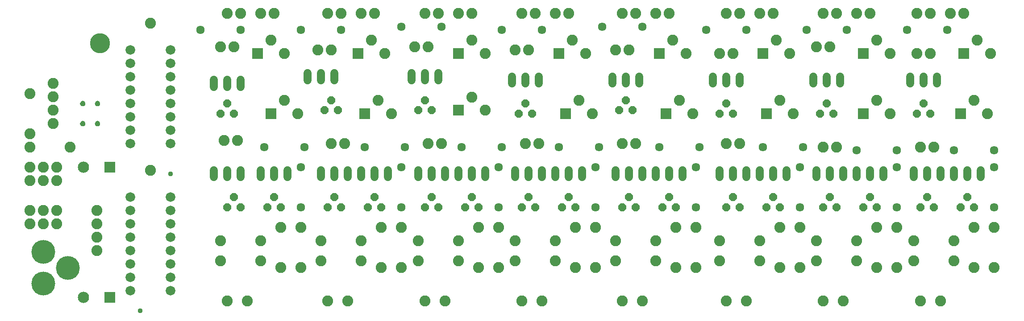
<source format=gbr>
G04 EAGLE Gerber RS-274X export*
G75*
%MOMM*%
%FSLAX34Y34*%
%LPD*%
%INSoldermask Top*%
%IPPOS*%
%AMOC8*
5,1,8,0,0,1.08239X$1,22.5*%
G01*
%ADD10C,4.521200*%
%ADD11C,2.133600*%
%ADD12R,2.133600X2.133600*%
%ADD13C,2.082800*%
%ADD14C,1.828800*%
%ADD15C,1.524000*%
%ADD16P,1.649562X8X22.500000*%
%ADD17C,1.611200*%
%ADD18R,2.082800X2.082800*%
%ADD19C,3.803200*%
%ADD20C,0.959600*%

G36*
X153636Y414077D02*
X153636Y414077D01*
X153711Y414074D01*
X154687Y414176D01*
X154735Y414190D01*
X154825Y414206D01*
X155754Y414522D01*
X155798Y414547D01*
X155883Y414583D01*
X156718Y415097D01*
X156755Y415131D01*
X156830Y415185D01*
X157530Y415873D01*
X157559Y415914D01*
X157619Y415983D01*
X158148Y416810D01*
X158167Y416856D01*
X158211Y416937D01*
X158543Y417860D01*
X158551Y417910D01*
X158576Y417999D01*
X158694Y418973D01*
X158691Y419023D01*
X158695Y419109D01*
X158600Y420111D01*
X158586Y420160D01*
X158570Y420250D01*
X158254Y421206D01*
X158230Y421251D01*
X158195Y421335D01*
X157673Y422196D01*
X157640Y422234D01*
X157587Y422309D01*
X156887Y423033D01*
X156846Y423062D01*
X156777Y423123D01*
X155934Y423673D01*
X155888Y423693D01*
X155807Y423737D01*
X154863Y424085D01*
X154813Y424094D01*
X154725Y424119D01*
X153727Y424249D01*
X153684Y424247D01*
X153558Y424248D01*
X152547Y424109D01*
X152499Y424093D01*
X152409Y424074D01*
X151454Y423712D01*
X151411Y423686D01*
X151327Y423648D01*
X150477Y423083D01*
X150440Y423048D01*
X150368Y422991D01*
X149664Y422252D01*
X149636Y422209D01*
X149578Y422138D01*
X149057Y421260D01*
X149039Y421213D01*
X148998Y421131D01*
X148685Y420159D01*
X148678Y420109D01*
X148657Y420020D01*
X148568Y419002D01*
X148573Y418952D01*
X148572Y418861D01*
X148703Y417897D01*
X148719Y417849D01*
X148738Y417760D01*
X149080Y416849D01*
X149106Y416806D01*
X149145Y416723D01*
X149682Y415911D01*
X149717Y415875D01*
X149773Y415802D01*
X150477Y415130D01*
X150519Y415103D01*
X150590Y415044D01*
X151426Y414546D01*
X151473Y414528D01*
X151555Y414488D01*
X152481Y414188D01*
X152531Y414181D01*
X152620Y414159D01*
X153589Y414073D01*
X153636Y414077D01*
G37*
G36*
X125645Y414077D02*
X125645Y414077D01*
X125720Y414074D01*
X126696Y414176D01*
X126744Y414190D01*
X126834Y414206D01*
X127763Y414522D01*
X127807Y414547D01*
X127892Y414583D01*
X128727Y415097D01*
X128764Y415131D01*
X128839Y415185D01*
X129539Y415873D01*
X129568Y415914D01*
X129628Y415983D01*
X130157Y416810D01*
X130176Y416856D01*
X130220Y416937D01*
X130552Y417860D01*
X130560Y417910D01*
X130585Y417999D01*
X130703Y418973D01*
X130700Y419023D01*
X130704Y419109D01*
X130609Y420111D01*
X130595Y420160D01*
X130579Y420250D01*
X130263Y421206D01*
X130239Y421251D01*
X130204Y421335D01*
X129682Y422196D01*
X129649Y422234D01*
X129596Y422309D01*
X128896Y423033D01*
X128855Y423062D01*
X128786Y423123D01*
X127943Y423673D01*
X127897Y423693D01*
X127816Y423737D01*
X126872Y424085D01*
X126822Y424094D01*
X126734Y424119D01*
X125736Y424249D01*
X125693Y424247D01*
X125567Y424248D01*
X124556Y424109D01*
X124508Y424093D01*
X124418Y424074D01*
X123463Y423712D01*
X123420Y423686D01*
X123336Y423648D01*
X122486Y423083D01*
X122449Y423048D01*
X122377Y422991D01*
X121673Y422252D01*
X121645Y422209D01*
X121587Y422138D01*
X121066Y421260D01*
X121048Y421213D01*
X121007Y421131D01*
X120694Y420159D01*
X120687Y420109D01*
X120666Y420020D01*
X120577Y419002D01*
X120582Y418952D01*
X120581Y418861D01*
X120712Y417897D01*
X120728Y417849D01*
X120747Y417760D01*
X121089Y416849D01*
X121115Y416806D01*
X121154Y416723D01*
X121691Y415911D01*
X121726Y415875D01*
X121782Y415802D01*
X122486Y415130D01*
X122528Y415103D01*
X122599Y415044D01*
X123435Y414546D01*
X123482Y414528D01*
X123564Y414488D01*
X124490Y414188D01*
X124540Y414181D01*
X124629Y414159D01*
X125598Y414073D01*
X125645Y414077D01*
G37*
G36*
X153636Y375977D02*
X153636Y375977D01*
X153711Y375974D01*
X154687Y376076D01*
X154735Y376090D01*
X154825Y376106D01*
X155754Y376422D01*
X155798Y376447D01*
X155883Y376483D01*
X156718Y376997D01*
X156755Y377031D01*
X156830Y377085D01*
X157530Y377773D01*
X157559Y377814D01*
X157619Y377883D01*
X158148Y378710D01*
X158167Y378756D01*
X158211Y378837D01*
X158543Y379760D01*
X158551Y379810D01*
X158576Y379899D01*
X158694Y380873D01*
X158691Y380923D01*
X158695Y381009D01*
X158600Y382011D01*
X158586Y382060D01*
X158570Y382150D01*
X158254Y383106D01*
X158230Y383151D01*
X158195Y383235D01*
X157673Y384096D01*
X157640Y384134D01*
X157587Y384209D01*
X156887Y384933D01*
X156846Y384962D01*
X156777Y385023D01*
X155934Y385573D01*
X155888Y385593D01*
X155807Y385637D01*
X154863Y385985D01*
X154813Y385994D01*
X154725Y386019D01*
X153727Y386149D01*
X153684Y386147D01*
X153558Y386148D01*
X152547Y386009D01*
X152499Y385993D01*
X152409Y385974D01*
X151454Y385612D01*
X151411Y385586D01*
X151327Y385548D01*
X150477Y384983D01*
X150440Y384948D01*
X150368Y384891D01*
X149664Y384152D01*
X149636Y384109D01*
X149578Y384038D01*
X149057Y383160D01*
X149039Y383113D01*
X148998Y383031D01*
X148685Y382059D01*
X148678Y382009D01*
X148657Y381920D01*
X148568Y380902D01*
X148573Y380852D01*
X148572Y380761D01*
X148703Y379797D01*
X148719Y379749D01*
X148738Y379660D01*
X149080Y378749D01*
X149106Y378706D01*
X149145Y378623D01*
X149682Y377811D01*
X149717Y377775D01*
X149773Y377702D01*
X150477Y377030D01*
X150519Y377003D01*
X150590Y376944D01*
X151426Y376446D01*
X151473Y376428D01*
X151555Y376388D01*
X152481Y376088D01*
X152531Y376081D01*
X152620Y376059D01*
X153589Y375973D01*
X153636Y375977D01*
G37*
G36*
X125645Y375977D02*
X125645Y375977D01*
X125720Y375974D01*
X126696Y376076D01*
X126744Y376090D01*
X126834Y376106D01*
X127763Y376422D01*
X127807Y376447D01*
X127892Y376483D01*
X128727Y376997D01*
X128764Y377031D01*
X128839Y377085D01*
X129539Y377773D01*
X129568Y377814D01*
X129628Y377883D01*
X130157Y378710D01*
X130176Y378756D01*
X130220Y378837D01*
X130552Y379760D01*
X130560Y379810D01*
X130585Y379899D01*
X130703Y380873D01*
X130700Y380923D01*
X130704Y381009D01*
X130609Y382011D01*
X130595Y382060D01*
X130579Y382150D01*
X130263Y383106D01*
X130239Y383151D01*
X130204Y383235D01*
X129682Y384096D01*
X129649Y384134D01*
X129596Y384209D01*
X128896Y384933D01*
X128855Y384962D01*
X128786Y385023D01*
X127943Y385573D01*
X127897Y385593D01*
X127816Y385637D01*
X126872Y385985D01*
X126822Y385994D01*
X126734Y386019D01*
X125736Y386149D01*
X125693Y386147D01*
X125567Y386148D01*
X124556Y386009D01*
X124508Y385993D01*
X124418Y385974D01*
X123463Y385612D01*
X123420Y385586D01*
X123336Y385548D01*
X122486Y384983D01*
X122449Y384948D01*
X122377Y384891D01*
X121673Y384152D01*
X121645Y384109D01*
X121587Y384038D01*
X121066Y383160D01*
X121048Y383113D01*
X121007Y383031D01*
X120694Y382059D01*
X120687Y382009D01*
X120666Y381920D01*
X120577Y380902D01*
X120582Y380852D01*
X120581Y380761D01*
X120712Y379797D01*
X120728Y379749D01*
X120747Y379660D01*
X121089Y378749D01*
X121115Y378706D01*
X121154Y378623D01*
X121691Y377811D01*
X121726Y377775D01*
X121782Y377702D01*
X122486Y377030D01*
X122528Y377003D01*
X122599Y376944D01*
X123435Y376446D01*
X123482Y376428D01*
X123564Y376388D01*
X124490Y376088D01*
X124540Y376081D01*
X124629Y376059D01*
X125598Y375973D01*
X125645Y375977D01*
G37*
D10*
X50800Y137000D03*
X50800Y77000D03*
X97800Y107000D03*
D11*
X127400Y50800D03*
D12*
X177400Y50800D03*
D11*
X127400Y298450D03*
D12*
X177400Y298450D03*
D13*
X152400Y139700D03*
X152400Y165100D03*
X152400Y190500D03*
X152400Y215900D03*
X254000Y292100D03*
X254000Y571500D03*
X69850Y381000D03*
X69850Y406400D03*
X69850Y431800D03*
X69850Y457200D03*
X25400Y336550D03*
X101600Y336550D03*
X25400Y361950D03*
X25400Y438150D03*
D14*
X292100Y63500D03*
X292100Y88900D03*
X292100Y114300D03*
X292100Y139700D03*
X292100Y165100D03*
X292100Y190500D03*
X292100Y215900D03*
X292100Y241300D03*
X215900Y241300D03*
X215900Y215900D03*
X215900Y190500D03*
X215900Y165100D03*
X215900Y139700D03*
X215900Y114300D03*
X215900Y88900D03*
X215900Y63500D03*
X292100Y342900D03*
X292100Y368300D03*
X292100Y393700D03*
X292100Y419100D03*
X292100Y444500D03*
X292100Y469900D03*
X292100Y495300D03*
X292100Y520700D03*
X215900Y520700D03*
X215900Y495300D03*
X215900Y469900D03*
X215900Y444500D03*
X215900Y419100D03*
X215900Y393700D03*
X215900Y368300D03*
X215900Y342900D03*
D13*
X25400Y190500D03*
X25400Y215900D03*
X50800Y190500D03*
X50800Y215900D03*
X76200Y190500D03*
X76200Y215900D03*
X25400Y273050D03*
X25400Y298450D03*
X50800Y273050D03*
X50800Y298450D03*
X76200Y273050D03*
X76200Y298450D03*
D15*
X1695450Y456946D02*
X1695450Y470154D01*
X1746250Y470154D02*
X1746250Y456946D01*
X1720850Y456946D02*
X1720850Y470154D01*
D16*
X1739900Y222250D03*
X1727200Y241300D03*
X1714500Y222250D03*
X1816100Y222250D03*
X1803400Y241300D03*
X1790700Y222250D03*
D13*
X1771650Y590550D03*
X1797050Y590550D03*
X1708150Y590550D03*
X1733550Y590550D03*
D17*
X1778000Y330200D03*
X1854200Y330200D03*
X1854200Y222250D03*
X1854200Y298450D03*
D13*
X1714500Y44450D03*
X1708150Y514350D03*
X1733550Y514350D03*
D15*
X1701800Y292354D02*
X1701800Y279146D01*
X1752600Y279146D02*
X1752600Y292354D01*
X1727200Y292354D02*
X1727200Y279146D01*
X1778000Y279146D02*
X1778000Y292354D01*
X1828800Y292354D02*
X1828800Y279146D01*
X1803400Y279146D02*
X1803400Y292354D01*
D13*
X1752600Y44450D03*
D16*
X1708150Y400050D03*
X1720850Y419100D03*
X1733550Y400050D03*
D13*
X1701800Y158750D03*
X1778000Y158750D03*
X1854200Y184150D03*
X1854200Y107950D03*
X1816100Y107950D03*
X1816100Y184150D03*
X1701800Y120650D03*
X1778000Y120650D03*
D18*
X1797050Y514200D03*
D13*
X1822450Y539200D03*
X1847850Y514200D03*
D15*
X1511300Y470154D02*
X1511300Y456946D01*
X1562100Y456946D02*
X1562100Y470154D01*
X1536700Y470154D02*
X1536700Y456946D01*
D16*
X1555750Y222250D03*
X1543050Y241300D03*
X1530350Y222250D03*
X1631950Y222250D03*
X1619250Y241300D03*
X1606550Y222250D03*
D13*
X1593850Y590550D03*
X1619250Y590550D03*
X1530350Y590550D03*
X1555750Y590550D03*
D17*
X1593850Y330200D03*
X1670050Y330200D03*
X1670050Y222250D03*
X1670050Y298450D03*
D13*
X1530350Y44450D03*
X1517650Y527050D03*
X1543050Y527050D03*
D15*
X1517650Y292354D02*
X1517650Y279146D01*
X1568450Y279146D02*
X1568450Y292354D01*
X1543050Y292354D02*
X1543050Y279146D01*
X1593850Y279146D02*
X1593850Y292354D01*
X1644650Y292354D02*
X1644650Y279146D01*
X1619250Y279146D02*
X1619250Y292354D01*
D13*
X1568450Y44450D03*
D16*
X1524000Y400050D03*
X1536700Y419100D03*
X1549400Y400050D03*
D13*
X1517650Y158750D03*
X1593850Y158750D03*
X1670050Y184150D03*
X1670050Y107950D03*
X1631950Y107950D03*
X1631950Y184150D03*
X1517650Y120650D03*
X1593850Y120650D03*
D18*
X1606550Y514200D03*
D13*
X1631950Y539200D03*
X1657350Y514200D03*
D15*
X1320800Y470154D02*
X1320800Y456946D01*
X1371600Y456946D02*
X1371600Y470154D01*
X1346200Y470154D02*
X1346200Y456946D01*
D16*
X1371600Y222250D03*
X1358900Y241300D03*
X1346200Y222250D03*
X1447800Y222250D03*
X1435100Y241300D03*
X1422400Y222250D03*
D13*
X1409700Y590550D03*
X1435100Y590550D03*
X1346200Y590550D03*
X1371600Y590550D03*
D17*
X1416050Y336550D03*
X1492250Y336550D03*
X1485900Y222250D03*
X1485900Y298450D03*
D13*
X1346200Y44450D03*
X1333500Y514350D03*
X1358900Y514350D03*
D15*
X1333500Y292354D02*
X1333500Y279146D01*
X1384300Y279146D02*
X1384300Y292354D01*
X1358900Y292354D02*
X1358900Y279146D01*
X1409700Y279146D02*
X1409700Y292354D01*
X1460500Y292354D02*
X1460500Y279146D01*
X1435100Y279146D02*
X1435100Y292354D01*
D13*
X1384300Y44450D03*
D16*
X1333500Y400050D03*
X1346200Y419100D03*
X1358900Y400050D03*
D13*
X1333500Y158750D03*
X1409700Y158750D03*
X1485900Y184150D03*
X1485900Y107950D03*
X1447800Y107950D03*
X1447800Y184150D03*
X1333500Y120650D03*
X1409700Y120650D03*
D18*
X1416050Y514200D03*
D13*
X1441450Y539200D03*
X1466850Y514200D03*
D15*
X1130300Y470154D02*
X1130300Y456946D01*
X1181100Y456946D02*
X1181100Y470154D01*
X1155700Y470154D02*
X1155700Y456946D01*
D16*
X1174750Y222250D03*
X1162050Y241300D03*
X1149350Y222250D03*
X1250950Y222250D03*
X1238250Y241300D03*
X1225550Y222250D03*
D13*
X1212850Y590550D03*
X1238250Y590550D03*
X1149350Y590550D03*
X1174750Y590550D03*
D17*
X1219200Y336550D03*
X1295400Y336550D03*
X1289050Y222250D03*
X1289050Y298450D03*
D13*
X1149350Y44450D03*
X1136650Y520700D03*
X1162050Y520700D03*
D15*
X1136650Y292354D02*
X1136650Y279146D01*
X1187450Y279146D02*
X1187450Y292354D01*
X1162050Y292354D02*
X1162050Y279146D01*
X1212850Y279146D02*
X1212850Y292354D01*
X1263650Y292354D02*
X1263650Y279146D01*
X1238250Y279146D02*
X1238250Y292354D01*
D13*
X1187450Y44450D03*
D16*
X1143000Y406400D03*
X1155700Y425450D03*
X1168400Y406400D03*
D13*
X1136650Y158750D03*
X1212850Y158750D03*
X1289050Y184150D03*
X1289050Y107950D03*
X1250950Y107950D03*
X1250950Y184150D03*
X1136650Y120650D03*
X1212850Y120650D03*
D18*
X1219200Y514200D03*
D13*
X1244600Y539200D03*
X1270000Y514200D03*
D15*
X939800Y470154D02*
X939800Y456946D01*
X990600Y456946D02*
X990600Y470154D01*
X965200Y470154D02*
X965200Y456946D01*
D16*
X984250Y222250D03*
X971550Y241300D03*
X958850Y222250D03*
X1060450Y222250D03*
X1047750Y241300D03*
X1035050Y222250D03*
D13*
X1022350Y590550D03*
X1047750Y590550D03*
X958850Y590550D03*
X984250Y590550D03*
D17*
X1028700Y336550D03*
X1104900Y336550D03*
X1098550Y222250D03*
X1098550Y298450D03*
D13*
X958850Y44450D03*
X946150Y520700D03*
X971550Y520700D03*
D15*
X946150Y292354D02*
X946150Y279146D01*
X996950Y279146D02*
X996950Y292354D01*
X971550Y292354D02*
X971550Y279146D01*
X1022350Y279146D02*
X1022350Y292354D01*
X1073150Y292354D02*
X1073150Y279146D01*
X1047750Y279146D02*
X1047750Y292354D01*
D13*
X996950Y44450D03*
D16*
X952500Y400050D03*
X965200Y419100D03*
X977900Y400050D03*
D13*
X946150Y158750D03*
X1022350Y158750D03*
X1098550Y184150D03*
X1098550Y107950D03*
X1060450Y107950D03*
X1060450Y184150D03*
X946150Y120650D03*
X1022350Y120650D03*
D18*
X1028700Y514200D03*
D13*
X1054100Y539200D03*
X1079500Y514200D03*
D15*
X749300Y476504D02*
X749300Y463296D01*
X800100Y463296D02*
X800100Y476504D01*
X774700Y476504D02*
X774700Y463296D01*
D16*
X800100Y222250D03*
X787400Y241300D03*
X774700Y222250D03*
X876300Y222250D03*
X863600Y241300D03*
X850900Y222250D03*
D13*
X838200Y590550D03*
X863600Y590550D03*
X774700Y590550D03*
X800100Y590550D03*
D17*
X844550Y336550D03*
X920750Y336550D03*
X914400Y222250D03*
X914400Y298450D03*
D13*
X774700Y44450D03*
X755650Y527050D03*
X781050Y527050D03*
D15*
X762000Y292354D02*
X762000Y279146D01*
X812800Y279146D02*
X812800Y292354D01*
X787400Y292354D02*
X787400Y279146D01*
X838200Y279146D02*
X838200Y292354D01*
X889000Y292354D02*
X889000Y279146D01*
X863600Y279146D02*
X863600Y292354D01*
D13*
X812800Y44450D03*
D16*
X762000Y406400D03*
X774700Y425450D03*
X787400Y406400D03*
D13*
X762000Y158750D03*
X838200Y158750D03*
X914400Y184150D03*
X914400Y107950D03*
X876300Y107950D03*
X876300Y184150D03*
X762000Y120650D03*
X838200Y120650D03*
D18*
X838200Y514200D03*
D13*
X863600Y539200D03*
X889000Y514200D03*
D15*
X552450Y476504D02*
X552450Y463296D01*
X603250Y463296D02*
X603250Y476504D01*
X577850Y476504D02*
X577850Y463296D01*
D16*
X615950Y222250D03*
X603250Y241300D03*
X590550Y222250D03*
X692150Y222250D03*
X679450Y241300D03*
X666750Y222250D03*
D13*
X654050Y590550D03*
X679450Y590550D03*
X590550Y590550D03*
X615950Y590550D03*
D17*
X660400Y336550D03*
X736600Y336550D03*
X730250Y222250D03*
X730250Y298450D03*
D13*
X590550Y44450D03*
X571500Y520700D03*
X596900Y520700D03*
D15*
X577850Y292354D02*
X577850Y279146D01*
X628650Y279146D02*
X628650Y292354D01*
X603250Y292354D02*
X603250Y279146D01*
X654050Y279146D02*
X654050Y292354D01*
X704850Y292354D02*
X704850Y279146D01*
X679450Y279146D02*
X679450Y292354D01*
D13*
X628650Y44450D03*
D16*
X584200Y406400D03*
X596900Y425450D03*
X609600Y406400D03*
D13*
X577850Y158750D03*
X654050Y158750D03*
X730250Y184150D03*
X730250Y107950D03*
X692150Y107950D03*
X692150Y184150D03*
X577850Y120650D03*
X654050Y120650D03*
D18*
X647700Y514200D03*
D13*
X673100Y539200D03*
X698500Y514200D03*
D15*
X374650Y463804D02*
X374650Y450596D01*
X425450Y450596D02*
X425450Y463804D01*
X400050Y463804D02*
X400050Y450596D01*
D16*
X425450Y222250D03*
X412750Y241300D03*
X400050Y222250D03*
X501650Y222250D03*
X488950Y241300D03*
X476250Y222250D03*
D13*
X463550Y590550D03*
X488950Y590550D03*
X400050Y590550D03*
X425450Y590550D03*
D17*
X469900Y336550D03*
X546100Y336550D03*
X539750Y222250D03*
X539750Y298450D03*
D13*
X400050Y44450D03*
X387350Y527050D03*
X412750Y527050D03*
D15*
X374650Y292354D02*
X374650Y279146D01*
X425450Y279146D02*
X425450Y292354D01*
X400050Y292354D02*
X400050Y279146D01*
X463550Y279146D02*
X463550Y292354D01*
X514350Y292354D02*
X514350Y279146D01*
X488950Y279146D02*
X488950Y292354D01*
D13*
X438150Y44450D03*
D16*
X387350Y400050D03*
X400050Y419100D03*
X412750Y400050D03*
D13*
X387350Y158750D03*
X463550Y158750D03*
X539750Y184150D03*
X539750Y107950D03*
X501650Y107950D03*
X501650Y184150D03*
X387350Y120650D03*
X463550Y120650D03*
D18*
X457200Y514200D03*
D13*
X482600Y539200D03*
X508000Y514200D03*
D18*
X1790700Y399900D03*
D13*
X1816100Y424900D03*
X1841500Y399900D03*
D18*
X1606550Y399900D03*
D13*
X1631950Y424900D03*
X1657350Y399900D03*
D18*
X1422400Y399900D03*
D13*
X1447800Y424900D03*
X1473200Y399900D03*
D18*
X1041400Y399900D03*
D13*
X1066800Y424900D03*
X1092200Y399900D03*
D18*
X482600Y399900D03*
D13*
X508000Y424900D03*
X533400Y399900D03*
D18*
X660400Y399900D03*
D13*
X685800Y424900D03*
X711200Y399900D03*
D18*
X838200Y406250D03*
D13*
X863600Y431250D03*
X889000Y406250D03*
D18*
X1231900Y399900D03*
D13*
X1257300Y424900D03*
X1282700Y399900D03*
X1739900Y336550D03*
X1714500Y336550D03*
X1530350Y336550D03*
X1555750Y336550D03*
X1346200Y342900D03*
X1371600Y342900D03*
X1149350Y342900D03*
X1174750Y342900D03*
X965200Y342900D03*
X990600Y342900D03*
X393700Y349250D03*
X419100Y349250D03*
X596900Y342900D03*
X622300Y342900D03*
X781050Y342900D03*
X806450Y342900D03*
D17*
X1689100Y558800D03*
X1765300Y558800D03*
X1498600Y558800D03*
X1574800Y558800D03*
X1308100Y558800D03*
X1384300Y558800D03*
X1111250Y565150D03*
X1187450Y565150D03*
X920750Y558800D03*
X996950Y558800D03*
X730250Y565150D03*
X806450Y565150D03*
X539750Y558800D03*
X615950Y558800D03*
X349250Y558800D03*
X425450Y558800D03*
D19*
X158750Y533400D03*
D20*
X292100Y285750D03*
X234950Y25400D03*
M02*

</source>
